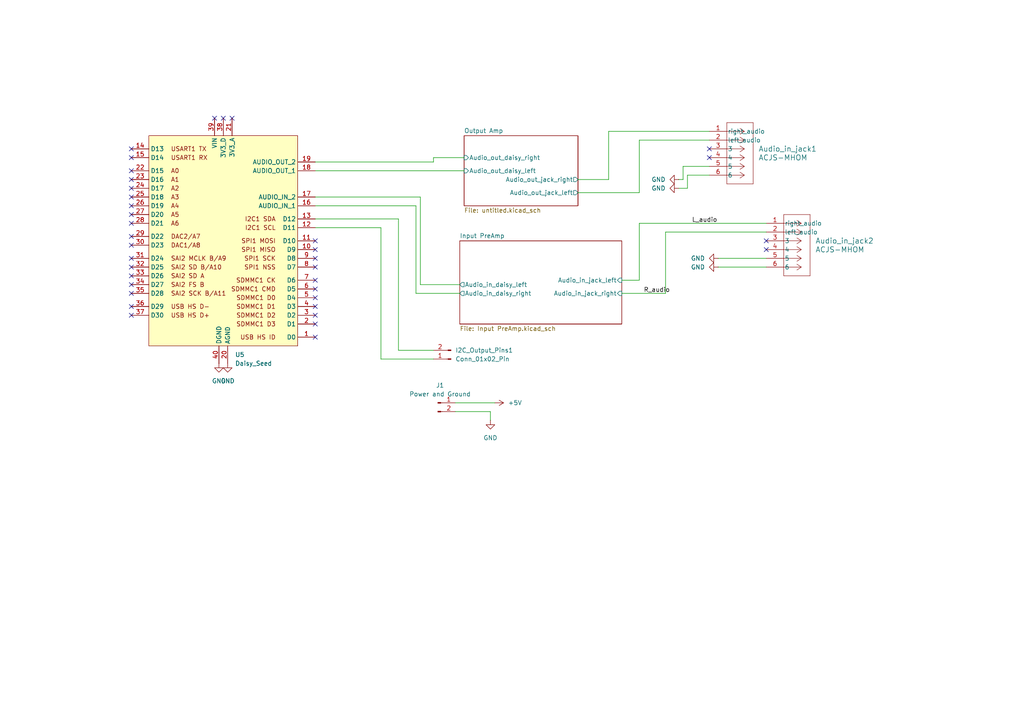
<source format=kicad_sch>
(kicad_sch (version 20250114) (generator "eeschema") (generator_version "9.0")
  (paper "A4")
  (lib_symbols
    (symbol "ACJS-MHOM_1" (pin_names (offset 0.254))
      (property "Reference" "Audio_in_jack" (at 14.224 -5.0799 0))
      (property "Value" "ACJS-MHOM" (at 14.224 -7.6199 0))
      (symbol "ACJS-MHOM_1_1_1"
        (polyline (pts (xy 5.08 2.54) (xy 5.08 -15.24)) (stroke (width 0.127)))
        (polyline (pts (xy 5.08 -15.24) (xy 12.7 -15.24)) (stroke (width 0.127)))
        (polyline (pts (xy 10.16 0) (xy 5.08 0)) (stroke (width 0.127)))
        (polyline (pts (xy 10.16 0) (xy 8.89 0.8467)) (stroke (width 0.127)))
        (polyline (pts (xy 10.16 0) (xy 8.89 -0.8467)) (stroke (width 0.127)))
        (polyline (pts (xy 10.16 -2.54) (xy 5.08 -2.54)) (stroke (width 0.127)))
        (polyline (pts (xy 10.16 -2.54) (xy 8.89 -1.6933)) (stroke (width 0.127)))
        (polyline (pts (xy 10.16 -2.54) (xy 8.89 -3.3867)) (stroke (width 0.127)))
        (polyline (pts (xy 10.16 -5.08) (xy 5.08 -5.08)) (stroke (width 0.127)))
        (polyline (pts (xy 10.16 -5.08) (xy 8.89 -4.2333)) (stroke (width 0.127)))
        (polyline (pts (xy 10.16 -5.08) (xy 8.89 -5.9267)) (stroke (width 0.127)))
        (polyline (pts (xy 10.16 -7.62) (xy 5.08 -7.62)) (stroke (width 0.127)))
        (polyline (pts (xy 10.16 -7.62) (xy 8.89 -6.7733)) (stroke (width 0.127)))
        (polyline (pts (xy 10.16 -7.62) (xy 8.89 -8.4667)) (stroke (width 0.127)))
        (polyline (pts (xy 10.16 -10.16) (xy 5.08 -10.16)) (stroke (width 0.127)))
        (polyline (pts (xy 10.16 -10.16) (xy 8.89 -9.3133)) (stroke (width 0.127)))
        (polyline (pts (xy 10.16 -10.16) (xy 8.89 -11.0067)) (stroke (width 0.127)))
        (polyline (pts (xy 10.16 -12.7) (xy 5.08 -12.7)) (stroke (width 0.127)))
        (polyline (pts (xy 10.16 -12.7) (xy 8.89 -11.8533)) (stroke (width 0.127)))
        (polyline (pts (xy 10.16 -12.7) (xy 8.89 -13.5467)) (stroke (width 0.127)))
        (polyline (pts (xy 12.7 2.54) (xy 5.08 2.54)) (stroke (width 0.127)))
        (polyline (pts (xy 12.7 -15.24) (xy 12.7 2.54)) (stroke (width 0.127)))
        (pin input line (at 0 0 0) (length 5.08) (name "right_audio") (number "1"))
        (pin input line (at 0 -2.54 0) (length 5.08) (name "left_audio") (number "2"))
        (pin passive line (at 0 -5.08 0) (length 5.08) (name "3") (number "3"))
        (pin passive line (at 0 -7.62 0) (length 5.08) (name "4") (number "4"))
        (pin power_in line (at 0 -10.16 0) (length 5.08) (name "5") (number "5"))
        (pin power_in line (at 0 -12.7 0) (length 5.08) (name "6") (number "6"))
      )
      (symbol "ACJS-MHOM_1_1_2"
        (polyline (pts (xy 5.08 2.54) (xy 5.08 -15.24)) (stroke (width 0.127)))
        (polyline (pts (xy 5.08 -15.24) (xy 12.7 -15.24)) (stroke (width 0.127)))
        (polyline (pts (xy 7.62 0) (xy 5.08 0)) (stroke (width 0.127)))
        (polyline (pts (xy 7.62 0) (xy 8.89 0.8467)) (stroke (width 0.127)))
        (polyline (pts (xy 7.62 0) (xy 8.89 -0.8467)) (stroke (width 0.127)))
        (polyline (pts (xy 7.62 -2.54) (xy 5.08 -2.54)) (stroke (width 0.127)))
        (polyline (pts (xy 7.62 -2.54) (xy 8.89 -1.6933)) (stroke (width 0.127)))
        (polyline (pts (xy 7.62 -2.54) (xy 8.89 -3.3867)) (stroke (width 0.127)))
        (polyline (pts (xy 7.62 -5.08) (xy 5.08 -5.08)) (stroke (width 0.127)))
        (polyline (pts (xy 7.62 -5.08) (xy 8.89 -4.2333)) (stroke (width 0.127)))
        (polyline (pts (xy 7.62 -5.08) (xy 8.89 -5.9267)) (stroke (width 0.127)))
        (polyline (pts (xy 7.62 -7.62) (xy 5.08 -7.62)) (stroke (width 0.127)))
        (polyline (pts (xy 7.62 -7.62) (xy 8.89 -6.7733)) (stroke (width 0.127)))
        (polyline (pts (xy 7.62 -7.62) (xy 8.89 -8.4667)) (stroke (width 0.127)))
        (polyline (pts (xy 7.62 -10.16) (xy 5.08 -10.16)) (stroke (width 0.127)))
        (polyline (pts (xy 7.62 -10.16) (xy 8.89 -9.3133)) (stroke (width 0.127)))
        (polyline (pts (xy 7.62 -10.16) (xy 8.89 -11.0067)) (stroke (width 0.127)))
        (polyline (pts (xy 7.62 -12.7) (xy 5.08 -12.7)) (stroke (width 0.127)))
        (polyline (pts (xy 7.62 -12.7) (xy 8.89 -11.8533)) (stroke (width 0.127)))
        (polyline (pts (xy 7.62 -12.7) (xy 8.89 -13.5467)) (stroke (width 0.127)))
        (polyline (pts (xy 12.7 2.54) (xy 5.08 2.54)) (stroke (width 0.127)))
        (polyline (pts (xy 12.7 -15.24) (xy 12.7 2.54)) (stroke (width 0.127)))
        (pin unspecified line (at 0 0 0) (length 5.08) (name "1") (number "1"))
        (pin unspecified line (at 0 -2.54 0) (length 5.08) (name "2") (number "2"))
        (pin unspecified line (at 0 -5.08 0) (length 5.08) (name "3") (number "3"))
        (pin unspecified line (at 0 -7.62 0) (length 5.08) (name "4") (number "4"))
        (pin unspecified line (at 0 -10.16 0) (length 5.08) (name "5") (number "5"))
        (pin unspecified line (at 0 -12.7 0) (length 5.08) (name "6") (number "6"))
      )
    )
    (symbol "Conn_01x02_Pin_1" (pin_names (offset 1.016) (hide yes))
      (property "Reference" "J1" (at 0.635 5.08 0))
      (property "Value" "Power and Ground" (at 0.635 2.54 0))
      (symbol "Conn_01x02_Pin_1_1_1"
        (rectangle (start 0.8636 0.127) (end 0 -0.127) (stroke (width 0.1524)) (fill (type outline)))
        (rectangle (start 0.8636 -2.413) (end 0 -2.667) (stroke (width 0.1524)) (fill (type outline)))
        (polyline (pts (xy 1.27 0) (xy 0.8636 0)) (stroke (width 0.1524)))
        (polyline (pts (xy 1.27 -2.54) (xy 0.8636 -2.54)) (stroke (width 0.1524)))
        (pin power_out line (at 5.08 0 180) (length 3.81) (name "Pin_1") (number "1"))
        (pin power_out line (at 5.08 -2.54 180) (length 3.81) (name "Pin_2") (number "2"))
      )
    )
    (symbol "Connector:Conn_01x02_Pin" (pin_names (offset 1.016) (hide yes))
      (property "Reference" "J" (at 0 2.54 0))
      (property "Value" "Conn_01x02_Pin" (at 0 -5.08 0))
      (symbol "Conn_01x02_Pin_1_1"
        (rectangle (start 0.8636 0.127) (end 0 -0.127) (stroke (width 0.1524)) (fill (type outline)))
        (rectangle (start 0.8636 -2.413) (end 0 -2.667) (stroke (width 0.1524)) (fill (type outline)))
        (polyline (pts (xy 1.27 0) (xy 0.8636 0)) (stroke (width 0.1524)))
        (polyline (pts (xy 1.27 -2.54) (xy 0.8636 -2.54)) (stroke (width 0.1524)))
        (pin passive line (at 5.08 0 180) (length 3.81) (name "Pin_1") (number "1"))
        (pin passive line (at 5.08 -2.54 180) (length 3.81) (name "Pin_2") (number "2"))
      )
    )
    (symbol "Daisy-Boards:Daisy_Seed"
      (property "Reference" "U" (at -21.59 31.75 0))
      (property "Value" "Daisy_Seed" (at 21.59 31.75 0))
      (symbol "Daisy_Seed_0_0"
        (pin power_in line (at -2.54 35.56 270) (length 5.08) (name "VIN") (number "39"))
        (pin power_in line (at -1.27 -35.56 90) (length 5.08) (name "DGND") (number "40"))
        (pin power_out line (at 0 35.56 270) (length 5.08) (name "3V3_D") (number "38"))
        (pin power_in line (at 1.27 -35.56 90) (length 5.08) (name "AGND") (number "20"))
        (pin power_out line (at 2.54 35.56 270) (length 5.08) (name "3V3_A") (number "21"))
      )
      (symbol "Daisy_Seed_1_0"
        (pin bidirectional line (at -26.67 26.67 0) (length 5.08) (name "D13") (number "14"))
        (pin bidirectional line (at -26.67 24.13 0) (length 5.08) (name "D14") (number "15"))
        (pin bidirectional line (at -26.67 20.32 0) (length 5.08) (name "D15") (number "22"))
        (pin bidirectional line (at -26.67 17.78 0) (length 5.08) (name "D16") (number "23"))
        (pin bidirectional line (at -26.67 15.24 0) (length 5.08) (name "D17") (number "24"))
        (pin bidirectional line (at -26.67 12.7 0) (length 5.08) (name "D18") (number "25"))
        (pin bidirectional line (at -26.67 10.16 0) (length 5.08) (name "D19") (number "26"))
        (pin bidirectional line (at -26.67 7.62 0) (length 5.08) (name "D20") (number "27"))
        (pin bidirectional line (at -26.67 5.08 0) (length 5.08) (name "D21") (number "28"))
        (pin bidirectional line (at -26.67 1.27 0) (length 5.08) (name "D22") (number "29"))
        (pin bidirectional line (at -26.67 -1.27 0) (length 5.08) (name "D23") (number "30"))
        (pin bidirectional line (at -26.67 -5.08 0) (length 5.08) (name "D24") (number "31"))
        (pin bidirectional line (at -26.67 -7.62 0) (length 5.08) (name "D25") (number "32"))
        (pin bidirectional line (at -26.67 -10.16 0) (length 5.08) (name "D26") (number "33"))
        (pin bidirectional line (at -26.67 -12.7 0) (length 5.08) (name "D27") (number "34"))
        (pin bidirectional line (at -26.67 -15.24 0) (length 5.08) (name "D28") (number "35"))
        (pin bidirectional line (at -26.67 -19.05 0) (length 5.08) (name "D29") (number "36"))
        (pin bidirectional line (at -26.67 -21.59 0) (length 5.08) (name "D30") (number "37"))
        (pin output line (at 26.67 22.86 180) (length 5.08) (name "AUDIO_OUT_2") (number "19"))
        (pin output line (at 26.67 20.32 180) (length 5.08) (name "AUDIO_OUT_1") (number "18"))
        (pin input line (at 26.67 12.7 180) (length 5.08) (name "AUDIO_IN_2") (number "17"))
        (pin input line (at 26.67 10.16 180) (length 5.08) (name "AUDIO_IN_1") (number "16"))
        (pin bidirectional line (at 26.67 6.35 180) (length 5.08) (name "D12") (number "13"))
        (pin bidirectional line (at 26.67 3.81 180) (length 5.08) (name "D11") (number "12"))
        (pin bidirectional line (at 26.67 0 180) (length 5.08) (name "D10") (number "11"))
        (pin bidirectional line (at 26.67 -2.54 180) (length 5.08) (name "D9") (number "10"))
        (pin bidirectional line (at 26.67 -5.08 180) (length 5.08) (name "D8") (number "9"))
        (pin bidirectional line (at 26.67 -7.62 180) (length 5.08) (name "D7") (number "8"))
        (pin bidirectional line (at 26.67 -11.43 180) (length 5.08) (name "D6") (number "7"))
        (pin bidirectional line (at 26.67 -13.97 180) (length 5.08) (name "D5") (number "6"))
        (pin bidirectional line (at 26.67 -16.51 180) (length 5.08) (name "D4") (number "5"))
        (pin bidirectional line (at 26.67 -19.05 180) (length 5.08) (name "D3") (number "4"))
        (pin bidirectional line (at 26.67 -21.59 180) (length 5.08) (name "D2") (number "3"))
        (pin bidirectional line (at 26.67 -24.13 180) (length 5.08) (name "D1") (number "2"))
        (pin bidirectional line (at 26.67 -27.94 180) (length 5.08) (name "D0") (number "1"))
      )
      (symbol "Daisy_Seed_1_1"
        (rectangle (start -21.59 30.48) (end 21.59 -30.48) (fill (type background)))
        (text "USART1 TX" (at -15.24 26.67 0) (effects (font (size 1.27 1.27)) (justify left)))
        (text "USART1 RX" (at -15.24 24.13 0) (effects (font (size 1.27 1.27)) (justify left)))
        (text "A0" (at -15.24 20.32 0) (effects (font (size 1.27 1.27)) (justify left)))
        (text "A1" (at -15.24 17.78 0) (effects (font (size 1.27 1.27)) (justify left)))
        (text "A2" (at -15.24 15.24 0) (effects (font (size 1.27 1.27)) (justify left)))
        (text "A3" (at -15.24 12.7 0) (effects (font (size 1.27 1.27)) (justify left)))
        (text "A4" (at -15.24 10.16 0) (effects (font (size 1.27 1.27)) (justify left)))
        (text "A5" (at -15.24 7.62 0) (effects (font (size 1.27 1.27)) (justify left)))
        (text "A6" (at -15.24 5.08 0) (effects (font (size 1.27 1.27)) (justify left)))
        (text "DAC2/A7" (at -15.24 1.27 0) (effects (font (size 1.27 1.27)) (justify left)))
        (text "DAC1/A8" (at -15.24 -1.27 0) (effects (font (size 1.27 1.27)) (justify left)))
        (text "SAI2 MCLK B/A9" (at -15.24 -5.08 0) (effects (font (size 1.27 1.27)) (justify left)))
        (text "SAI2 SD B/A10" (at -15.24 -7.62 0) (effects (font (size 1.27 1.27)) (justify left)))
        (text "SAI2 SD A" (at -15.24 -10.16 0) (effects (font (size 1.27 1.27)) (justify left)))
        (text "SAI2 FS B" (at -15.24 -12.7 0) (effects (font (size 1.27 1.27)) (justify left)))
        (text "SAI2 SCK B/A11" (at -15.24 -15.24 0) (effects (font (size 1.27 1.27)) (justify left)))
        (text "USB HS D-" (at -15.24 -19.05 0) (effects (font (size 1.27 1.27)) (justify left)))
        (text "USB HS D+" (at -15.24 -21.59 0) (effects (font (size 1.27 1.27)) (justify left)))
        (text "I2C1 SDA" (at 15.24 6.35 0) (effects (font (size 1.27 1.27)) (justify right)))
        (text "I2C1 SCL" (at 15.24 3.81 0) (effects (font (size 1.27 1.27)) (justify right)))
        (text "SPI1 MOSI" (at 15.24 0 0) (effects (font (size 1.27 1.27)) (justify right)))
        (text "SPI1 MISO" (at 15.24 -2.54 0) (effects (font (size 1.27 1.27)) (justify right)))
        (text "SPI1 SCK" (at 15.24 -5.08 0) (effects (font (size 1.27 1.27)) (justify right)))
        (text "SPI1 NSS" (at 15.24 -7.62 0) (effects (font (size 1.27 1.27)) (justify right)))
        (text "SDMMC1 CK" (at 15.24 -11.43 0) (effects (font (size 1.27 1.27)) (justify right)))
        (text "SDMMC1 CMD" (at 15.24 -13.97 0) (effects (font (size 1.27 1.27)) (justify right)))
        (text "SDMMC1 D0" (at 15.24 -16.51 0) (effects (font (size 1.27 1.27)) (justify right)))
        (text "SDMMC1 D1" (at 15.24 -19.05 0) (effects (font (size 1.27 1.27)) (justify right)))
        (text "SDMMC1 D2" (at 15.24 -21.59 0) (effects (font (size 1.27 1.27)) (justify right)))
        (text "SDMMC1 D3" (at 15.24 -24.13 0) (effects (font (size 1.27 1.27)) (justify right)))
        (text "USB HS ID" (at 15.24 -27.94 0) (effects (font (size 1.27 1.27)) (justify right)))
      )
    )
    (symbol "power:+5V" (power) (pin_numbers (hide yes)) (pin_names (offset 0) (hide yes))
      (property "Value" "+5V" (at 0 3.556 0))
      (symbol "+5V_0_1"
        (polyline (pts (xy -0.762 1.27) (xy 0 2.54)))
        (polyline (pts (xy 0 2.54) (xy 0.762 1.27)))
        (polyline (pts (xy 0 0) (xy 0 2.54)))
      )
      (symbol "+5V_1_1"
        (pin power_in line (at 0 0 90) (length 0) (name "~") (number "1"))
      )
    )
    (symbol "power:GND" (power) (pin_numbers (hide yes)) (pin_names (offset 0) (hide yes))
      (property "Value" "GND" (at 0 -3.81 0))
      (symbol "GND_0_1"
        (polyline (pts (xy 0 0) (xy 0 -1.27) (xy 1.27 -1.27) (xy 0 -2.54) (xy -1.27 -1.27) (xy 0 -1.27)))
      )
      (symbol "GND_1_1"
        (pin power_in line (at 0 0 270) (length 0) (name "~") (number "1"))
      )
    )
  )
  (no_connect (at 91.44 86.36))
  (no_connect (at 222.25 69.85))
  (no_connect (at 38.1 49.53))
  (no_connect (at 91.44 81.28))
  (no_connect (at 38.1 77.47))
  (no_connect (at 38.1 57.15))
  (no_connect (at 91.44 97.79))
  (no_connect (at 38.1 52.07))
  (no_connect (at 38.1 91.44))
  (no_connect (at 38.1 54.61))
  (no_connect (at 38.1 85.09))
  (no_connect (at 91.44 77.47))
  (no_connect (at 38.1 71.12))
  (no_connect (at 91.44 88.9))
  (no_connect (at 91.44 69.85))
  (no_connect (at 38.1 45.72))
  (no_connect (at 38.1 59.69))
  (no_connect (at 38.1 62.23))
  (no_connect (at 64.77 34.29))
  (no_connect (at 38.1 82.55))
  (no_connect (at 91.44 93.98))
  (no_connect (at 38.1 80.01))
  (no_connect (at 38.1 68.58))
  (no_connect (at 91.44 83.82))
  (no_connect (at 205.74 45.72))
  (no_connect (at 67.31 34.29))
  (no_connect (at 38.1 64.77))
  (no_connect (at 91.44 72.39))
  (no_connect (at 91.44 74.93))
  (no_connect (at 38.1 88.9))
  (no_connect (at 222.25 72.39))
  (no_connect (at 62.23 34.29))
  (no_connect (at 38.1 43.18))
  (no_connect (at 38.1 74.93))
  (no_connect (at 91.44 91.44))
  (no_connect (at 205.74 43.18))
  (wire (pts (xy 115.57 63.5) (xy 115.57 101.6)))
  (wire (pts (xy 120.65 59.69) (xy 91.44 59.69)))
  (wire (pts (xy 121.92 82.55) (xy 121.92 57.15)))
  (wire (pts (xy 185.42 55.88) (xy 185.42 40.64)))
  (wire (pts (xy 121.92 57.15) (xy 91.44 57.15)))
  (wire (pts (xy 185.42 64.77) (xy 185.42 81.28)))
  (wire (pts (xy 176.53 38.1) (xy 205.74 38.1)))
  (wire (pts (xy 167.64 52.07) (xy 176.53 52.07)))
  (wire (pts (xy 167.64 55.88) (xy 185.42 55.88)))
  (wire (pts (xy 222.25 77.47) (xy 208.28 77.47)))
  (wire (pts (xy 176.53 52.07) (xy 176.53 38.1)))
  (wire (pts (xy 185.42 40.64) (xy 205.74 40.64)))
  (wire (pts (xy 125.73 46.99) (xy 125.73 45.72)))
  (wire (pts (xy 132.08 116.84) (xy 143.51 116.84)))
  (wire (pts (xy 91.44 66.04) (xy 110.49 66.04)))
  (wire (pts (xy 120.65 85.09) (xy 120.65 59.69)))
  (wire (pts (xy 198.12 52.07) (xy 196.85 52.07)))
  (wire (pts (xy 193.04 67.31) (xy 193.04 85.09)))
  (wire (pts (xy 205.74 48.26) (xy 198.12 48.26)))
  (wire (pts (xy 199.39 50.8) (xy 199.39 54.61)))
  (wire (pts (xy 91.44 46.99) (xy 125.73 46.99)))
  (wire (pts (xy 121.92 82.55) (xy 133.35 82.55)))
  (wire (pts (xy 115.57 101.6) (xy 125.73 101.6)))
  (wire (pts (xy 110.49 66.04) (xy 110.49 104.14)))
  (wire (pts (xy 132.08 119.38) (xy 142.24 119.38)))
  (wire (pts (xy 110.49 104.14) (xy 125.73 104.14)))
  (wire (pts (xy 193.04 85.09) (xy 180.34 85.09)))
  (wire (pts (xy 198.12 48.26) (xy 198.12 52.07)))
  (wire (pts (xy 91.44 49.53) (xy 134.62 49.53)))
  (wire (pts (xy 125.73 45.72) (xy 134.62 45.72)))
  (wire (pts (xy 199.39 54.61) (xy 196.85 54.61)))
  (wire (pts (xy 142.24 119.38) (xy 142.24 121.92)))
  (wire (pts (xy 222.25 67.31) (xy 193.04 67.31)))
  (wire (pts (xy 185.42 81.28) (xy 180.34 81.28)))
  (wire (pts (xy 205.74 50.8) (xy 199.39 50.8)))
  (wire (pts (xy 91.44 63.5) (xy 115.57 63.5)))
  (wire (pts (xy 120.65 85.09) (xy 133.35 85.09)))
  (wire (pts (xy 222.25 74.93) (xy 208.28 74.93)))
  (wire (pts (xy 222.25 64.77) (xy 185.42 64.77)))
  (label "L_audio" (at 200.66 64.77 0))
  (label "R_audio" (at 186.69 85.09 0))
  (symbol (lib_id "power:GND") (at 196.85 54.61 270) (unit 1)
    (property "Reference" "#PWR02" (effects (hide yes)))
    (property "Value" "GND" (at 193.04 54.6099 90) (effects (justify right)))
    (property "Description" "Power symbol creates a global label with name \"GND\" , ground" (effects (hide yes)))
  )
  (symbol (lib_id "power:GND") (at 66.04 105.41 0) (unit 1)
    (property "Reference" "#PWR022" (effects (hide yes)))
    (property "Value" "GND" (at 66.04 110.49 0))
    (property "Description" "Power symbol creates a global label with name \"GND\" , ground" (effects (hide yes)))
  )
  (symbol (lib_id "Daisy-Boards:Daisy_Seed") (at 64.77 69.85 0) (unit 1)
    (property "Reference" "U5" (at 68.1833 102.87 0) (effects (justify left)))
    (property "Value" "Daisy_Seed" (at 68.1833 105.41 0) (effects (justify left)))
    (property "Footprint" "Daisy-Boards:DAISY_SEED" (effects (hide yes)))
    (property "Datasheet" "https://static1.squarespace.com/static/58d03fdc1b10e3bf442567b8/t/6227e6236f02fb68d1577146/1646781988478/Daisy_Seed_datasheet_v1.0.3.pdf" (effects (hide yes)))
    (property "Description" "Daisy is an embedded platform for music." (effects (hide yes)))
  )
  (symbol (lib_id "power:GND") (at 208.28 77.47 270) (unit 1)
    (property "Reference" "#PWR039" (effects (hide yes)))
    (property "Value" "GND" (at 204.47 77.4699 90) (effects (justify right)))
    (property "Description" "Power symbol creates a global label with name \"GND\" , ground" (effects (hide yes)))
  )
  (symbol (lib_name "ACJS-MHOM_1") (lib_id "2026-01-30_01-34-12:ACJS-MHOM") (at 205.74 38.1 0) (unit 1)
    (property "Reference" "Audio_in_jack1" (at 219.964 43.1799 0) (effects (font (size 1.524 1.524)) (justify left)))
    (property "Value" "ACJS-MHOM" (at 219.964 45.7199 0) (effects (font (size 1.524 1.524)) (justify left)))
    (property "Footprint" "audiojack:CONN06_JACK_ACJS_15P75X25_AMP" (effects (hide yes)))
    (property "Datasheet" "ACJS-MHOM" (effects (hide yes)))
  )
  (symbol (lib_id "power:GND") (at 63.5 105.41 0) (unit 1)
    (property "Reference" "#PWR023" (effects (hide yes)))
    (property "Value" "GND" (at 63.5 110.49 0))
    (property "Description" "Power symbol creates a global label with name \"GND\" , ground" (effects (hide yes)))
  )
  (symbol (lib_id "power:GND") (at 142.24 121.92 0) (unit 1)
    (property "Reference" "#PWR04" (effects (hide yes)))
    (property "Value" "GND" (at 142.24 127 0))
    (property "Description" "Power symbol creates a global label with name \"GND\" , ground" (effects (hide yes)))
  )
  (symbol (lib_id "power:+5V") (at 143.51 116.84 270) (unit 1)
    (property "Reference" "#PWR03" (effects (hide yes)))
    (property "Value" "+5V" (at 147.32 116.8399 90) (effects (justify left)))
    (property "Description" "Power symbol creates a global label with name \"+5V\"" (effects (hide yes)))
  )
  (symbol (lib_id "power:GND") (at 208.28 74.93 270) (unit 1)
    (property "Reference" "#PWR038" (effects (hide yes)))
    (property "Value" "GND" (at 204.47 74.9299 90) (effects (justify right)))
    (property "Description" "Power symbol creates a global label with name \"GND\" , ground" (effects (hide yes)))
  )
  (symbol (lib_id "Connector:Conn_01x02_Pin") (at 130.81 104.14 180) (unit 1)
    (property "Reference" "I2C_Output_Pins1" (at 132.08 101.5999 0) (effects (justify right)))
    (property "Value" "Conn_01x02_Pin" (at 132.08 104.1399 0) (effects (justify right)))
    (property "Footprint" "Connector_PinHeader_2.54mm:PinHeader_1x02_P2.54mm_Vertical" (effects (hide yes)))
    (property "Description" "Generic connector, single row, 01x02, script generated" (effects (hide yes)))
  )
  (symbol (lib_name "ACJS-MHOM_1") (lib_id "2026-01-30_01-34-12:ACJS-MHOM") (at 222.25 64.77 0) (unit 1)
    (property "Reference" "Audio_in_jack2" (at 236.474 69.8499 0) (effects (font (size 1.524 1.524)) (justify left)))
    (property "Value" "ACJS-MHOM" (at 236.474 72.3899 0) (effects (font (size 1.524 1.524)) (justify left)))
    (property "Footprint" "audiojack:CONN06_JACK_ACJS_15P75X25_AMP" (effects (hide yes)))
    (property "Datasheet" "ACJS-MHOM" (effects (hide yes)))
  )
  (symbol (lib_name "Conn_01x02_Pin_1") (lib_id "Connector:Conn_01x02_Pin") (at 127 116.84 0) (unit 1)
    (property "Reference" "J1" (at 127.635 111.76 0))
    (property "Value" "Power and Ground" (at 127.635 114.3 0))
    (property "Footprint" "Connector_PinSocket_2.54mm:PinSocket_1x02_P2.54mm_Vertical" (effects (hide yes)))
    (property "Description" "Generic connector, single row, 01x02, script generated" (effects (hide yes)))
  )
  (symbol (lib_id "power:GND") (at 196.85 52.07 270) (unit 1)
    (property "Reference" "#PWR01" (effects (hide yes)))
    (property "Value" "GND" (at 193.04 52.0699 90) (effects (justify right)))
    (property "Description" "Power symbol creates a global label with name \"GND\" , ground" (effects (hide yes)))
  )
  (sheet (at 133.35 69.85) (size 46.99 24.13) (stroke (width 0.1524))
    (property "Sheetname" "Input PreAmp" (at 133.35 69.1384 0) (effects (justify left bottom)))
    (property "Sheetfile" "Input PreAmp.kicad_sch" (at 133.35 94.5646 0) (effects (justify left top)))
    (pin "Audio_in_daisy_left" output (at 133.35 82.55 180))
    (pin "Audio_in_daisy_right" output (at 133.35 85.09 180))
    (pin "Audio_in_jack_left" input (at 180.34 81.28 0))
    (pin "Audio_in_jack_right" input (at 180.34 85.09 0))
  )
  (sheet (at 134.62 39.37) (size 33.02 20.32) (stroke (width 0.1524))
    (property "Sheetname" "Output Amp" (at 134.62 38.6584 0) (effects (justify left bottom)))
    (property "Sheetfile" "untitled.kicad_sch" (at 134.62 60.2746 0) (effects (justify left top)))
    (pin "Audio_out_daisy_right" input (at 134.62 45.72 180))
    (pin "Audio_out_daisy_left" input (at 134.62 49.53 180))
    (pin "Audio_out_jack_left" output (at 167.64 55.88 0))
    (pin "Audio_out_jack_right" output (at 167.64 52.07 0))
  )
)
</source>
